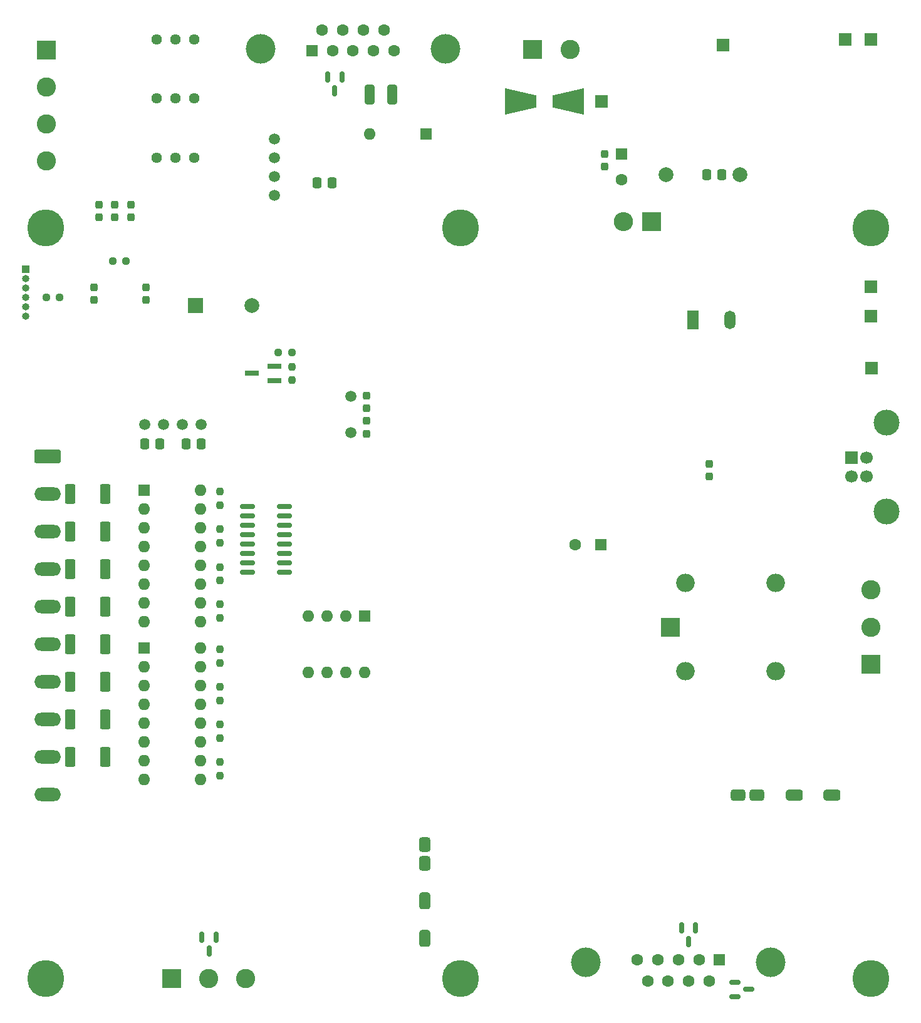
<source format=gbr>
%TF.GenerationSoftware,KiCad,Pcbnew,8.0.1*%
%TF.CreationDate,2024-04-11T20:56:08+03:00*%
%TF.ProjectId,stm32,73746d33-322e-46b6-9963-61645f706362,rev?*%
%TF.SameCoordinates,Original*%
%TF.FileFunction,Soldermask,Bot*%
%TF.FilePolarity,Negative*%
%FSLAX46Y46*%
G04 Gerber Fmt 4.6, Leading zero omitted, Abs format (unit mm)*
G04 Created by KiCad (PCBNEW 8.0.1) date 2024-04-11 20:56:08*
%MOMM*%
%LPD*%
G01*
G04 APERTURE LIST*
G04 Aperture macros list*
%AMRoundRect*
0 Rectangle with rounded corners*
0 $1 Rounding radius*
0 $2 $3 $4 $5 $6 $7 $8 $9 X,Y pos of 4 corners*
0 Add a 4 corners polygon primitive as box body*
4,1,4,$2,$3,$4,$5,$6,$7,$8,$9,$2,$3,0*
0 Add four circle primitives for the rounded corners*
1,1,$1+$1,$2,$3*
1,1,$1+$1,$4,$5*
1,1,$1+$1,$6,$7*
1,1,$1+$1,$8,$9*
0 Add four rect primitives between the rounded corners*
20,1,$1+$1,$2,$3,$4,$5,0*
20,1,$1+$1,$4,$5,$6,$7,0*
20,1,$1+$1,$6,$7,$8,$9,0*
20,1,$1+$1,$8,$9,$2,$3,0*%
%AMOutline4P*
0 Free polygon, 4 corners , with rotation*
0 The origin of the aperture is its center*
0 number of corners: always 4*
0 $1 to $8 corner X, Y*
0 $9 Rotation angle, in degrees counterclockwise*
0 create outline with 4 corners*
4,1,4,$1,$2,$3,$4,$5,$6,$7,$8,$1,$2,$9*%
G04 Aperture macros list end*
%ADD10C,1.440000*%
%ADD11R,1.600000X1.600000*%
%ADD12C,1.600000*%
%ADD13R,1.700000X1.700000*%
%ADD14C,5.000000*%
%ADD15O,1.600000X1.600000*%
%ADD16R,1.500000X2.500000*%
%ADD17O,1.500000X2.500000*%
%ADD18R,2.000000X2.000000*%
%ADD19C,2.000000*%
%ADD20RoundRect,0.250000X-1.550000X0.650000X-1.550000X-0.650000X1.550000X-0.650000X1.550000X0.650000X0*%
%ADD21O,3.600000X1.800000*%
%ADD22C,1.500000*%
%ADD23R,2.600000X2.600000*%
%ADD24C,2.600000*%
%ADD25R,2.500000X2.500000*%
%ADD26O,2.500000X2.500000*%
%ADD27R,1.000000X1.000000*%
%ADD28O,1.000000X1.000000*%
%ADD29C,1.700000*%
%ADD30C,3.500000*%
%ADD31O,2.600000X2.600000*%
%ADD32C,4.000000*%
%ADD33RoundRect,0.381000X-0.619000X-0.381000X0.619000X-0.381000X0.619000X0.381000X-0.619000X0.381000X0*%
%ADD34RoundRect,0.381000X-0.762000X-0.381000X0.762000X-0.381000X0.762000X0.381000X-0.762000X0.381000X0*%
%ADD35RoundRect,0.381000X-0.381000X0.619000X-0.381000X-0.619000X0.381000X-0.619000X0.381000X0.619000X0*%
%ADD36RoundRect,0.381000X-0.381000X0.762000X-0.381000X-0.762000X0.381000X-0.762000X0.381000X0.762000X0*%
%ADD37RoundRect,0.237500X-0.237500X0.300000X-0.237500X-0.300000X0.237500X-0.300000X0.237500X0.300000X0*%
%ADD38RoundRect,0.237500X-0.237500X0.250000X-0.237500X-0.250000X0.237500X-0.250000X0.237500X0.250000X0*%
%ADD39RoundRect,0.237500X-0.250000X-0.237500X0.250000X-0.237500X0.250000X0.237500X-0.250000X0.237500X0*%
%ADD40RoundRect,0.250000X-0.400000X-1.075000X0.400000X-1.075000X0.400000X1.075000X-0.400000X1.075000X0*%
%ADD41RoundRect,0.237500X0.237500X-0.300000X0.237500X0.300000X-0.237500X0.300000X-0.237500X-0.300000X0*%
%ADD42RoundRect,0.250000X-0.337500X-0.475000X0.337500X-0.475000X0.337500X0.475000X-0.337500X0.475000X0*%
%ADD43RoundRect,0.249999X0.450001X1.075001X-0.450001X1.075001X-0.450001X-1.075001X0.450001X-1.075001X0*%
%ADD44RoundRect,0.150000X-0.150000X0.587500X-0.150000X-0.587500X0.150000X-0.587500X0.150000X0.587500X0*%
%ADD45R,1.900000X0.800000*%
%ADD46Outline4P,-2.150000X-1.800000X2.150000X-0.800000X2.150000X0.800000X-2.150000X1.800000X180.000000*%
%ADD47Outline4P,-2.150000X-1.800000X2.150000X-0.800000X2.150000X0.800000X-2.150000X1.800000X0.000000*%
%ADD48RoundRect,0.150000X-0.825000X-0.150000X0.825000X-0.150000X0.825000X0.150000X-0.825000X0.150000X0*%
%ADD49RoundRect,0.150000X-0.587500X-0.150000X0.587500X-0.150000X0.587500X0.150000X-0.587500X0.150000X0*%
%ADD50RoundRect,0.250000X0.337500X0.475000X-0.337500X0.475000X-0.337500X-0.475000X0.337500X-0.475000X0*%
G04 APERTURE END LIST*
D10*
%TO.C,RV3*%
X38500000Y-24000000D03*
X35960000Y-24000000D03*
X33420000Y-24000000D03*
%TD*%
D11*
%TO.C,C12*%
X96266000Y-39497000D03*
D12*
X96266000Y-42997000D03*
%TD*%
D11*
%TO.C,C24*%
X93472000Y-92329000D03*
D12*
X89972000Y-92329000D03*
%TD*%
D13*
%TO.C,TP7*%
X130000000Y-57500000D03*
%TD*%
D14*
%TO.C,P5*%
X18500000Y-151000000D03*
%TD*%
D11*
%TO.C,SW1*%
X69814600Y-36804600D03*
D15*
X62194600Y-36804600D03*
%TD*%
D16*
%TO.C,C29*%
X105918000Y-61976000D03*
D17*
X110918000Y-61976000D03*
%TD*%
D13*
%TO.C,TP1*%
X130000000Y-61500000D03*
%TD*%
D18*
%TO.C,BZ1*%
X38700000Y-60000000D03*
D19*
X46300000Y-60000000D03*
%TD*%
D14*
%TO.C,P4*%
X130000000Y-49500000D03*
%TD*%
D10*
%TO.C,RV2*%
X38500000Y-32000000D03*
X35960000Y-32000000D03*
X33420000Y-32000000D03*
%TD*%
D20*
%TO.C,J2*%
X18683400Y-80398958D03*
D21*
X18683400Y-85478958D03*
X18683400Y-90558958D03*
X18683400Y-95638958D03*
X18683400Y-100718958D03*
X18683400Y-105798958D03*
X18683400Y-110878958D03*
X18683400Y-115958958D03*
X18683400Y-121038958D03*
X18683400Y-126118958D03*
%TD*%
D11*
%TO.C,U7*%
X31750000Y-106299000D03*
D15*
X31750000Y-108839000D03*
X31750000Y-111379000D03*
X31750000Y-113919000D03*
X31750000Y-116459000D03*
X31750000Y-118999000D03*
X31750000Y-121539000D03*
X31750000Y-124079000D03*
X39370000Y-124079000D03*
X39370000Y-121539000D03*
X39370000Y-118999000D03*
X39370000Y-116459000D03*
X39370000Y-113919000D03*
X39370000Y-111379000D03*
X39370000Y-108839000D03*
X39370000Y-106299000D03*
%TD*%
D22*
%TO.C,Y1*%
X59710600Y-72329200D03*
X59710600Y-77209200D03*
%TD*%
%TO.C,Q1*%
X49384800Y-45143469D03*
X49384800Y-42603469D03*
X49384800Y-40063469D03*
X49384800Y-37523469D03*
%TD*%
D14*
%TO.C,P3*%
X74500000Y-49500000D03*
%TD*%
D23*
%TO.C,J8*%
X130000000Y-108500000D03*
D24*
X130000000Y-103500000D03*
X130000000Y-98500000D03*
%TD*%
D13*
%TO.C,TP3*%
X126500000Y-24000000D03*
%TD*%
D10*
%TO.C,RV1*%
X38500000Y-40000000D03*
X35960000Y-40000000D03*
X33420000Y-40000000D03*
%TD*%
D25*
%TO.C,K1*%
X102872500Y-103500000D03*
D26*
X104872500Y-109500000D03*
X117072500Y-109500000D03*
X117072500Y-97500000D03*
X104872500Y-97500000D03*
%TD*%
D11*
%TO.C,U6*%
X31750000Y-84963000D03*
D15*
X31750000Y-87503000D03*
X31750000Y-90043000D03*
X31750000Y-92583000D03*
X31750000Y-95123000D03*
X31750000Y-97663000D03*
X31750000Y-100203000D03*
X31750000Y-102743000D03*
X39370000Y-102743000D03*
X39370000Y-100203000D03*
X39370000Y-97663000D03*
X39370000Y-95123000D03*
X39370000Y-92583000D03*
X39370000Y-90043000D03*
X39370000Y-87503000D03*
X39370000Y-84963000D03*
%TD*%
D27*
%TO.C,J6*%
X15748000Y-55118000D03*
D28*
X15748000Y-56388000D03*
X15748000Y-57658000D03*
X15748000Y-58928000D03*
X15748000Y-60198000D03*
X15748000Y-61468000D03*
%TD*%
D13*
%TO.C,J5*%
X127354800Y-80621800D03*
D29*
X127354800Y-83121800D03*
X129354800Y-83121800D03*
X129354800Y-80621800D03*
D30*
X132064800Y-75851800D03*
X132064800Y-87891800D03*
%TD*%
D23*
%TO.C,D11*%
X100330000Y-48641000D03*
D31*
X96520000Y-48641000D03*
%TD*%
D32*
%TO.C,J7*%
X91460000Y-148800000D03*
X116460000Y-148800000D03*
D11*
X109500000Y-148500000D03*
D12*
X106730000Y-148500000D03*
X103960000Y-148500000D03*
X101190000Y-148500000D03*
X98420000Y-148500000D03*
X108115000Y-151340000D03*
X105345000Y-151340000D03*
X102575000Y-151340000D03*
X99805000Y-151340000D03*
%TD*%
D23*
%TO.C,J4*%
X18526000Y-25500000D03*
D24*
X18526000Y-30500000D03*
X18526000Y-35500000D03*
X18526000Y-40500000D03*
%TD*%
D22*
%TO.C,Q2*%
X39487400Y-76114886D03*
X36947400Y-76114886D03*
X34407400Y-76114886D03*
X31867400Y-76114886D03*
%TD*%
D33*
%TO.C,Q4*%
X112050000Y-126250000D03*
X114590000Y-126250000D03*
D34*
X119670000Y-126250000D03*
X124750000Y-126250000D03*
%TD*%
D11*
%TO.C,SW2*%
X61595000Y-101981000D03*
D15*
X59055000Y-101981000D03*
X56515000Y-101981000D03*
X53975000Y-101981000D03*
X53975000Y-109601000D03*
X56515000Y-109601000D03*
X59055000Y-109601000D03*
X61595000Y-109601000D03*
%TD*%
D13*
%TO.C,TP6*%
X130048000Y-68453000D03*
%TD*%
D14*
%TO.C,P1*%
X74500000Y-151000000D03*
%TD*%
%TO.C,P6*%
X18500000Y-49500000D03*
%TD*%
D13*
%TO.C,TP5*%
X109982000Y-24765000D03*
%TD*%
D19*
%TO.C,L1*%
X112268000Y-42291000D03*
X102268000Y-42291000D03*
%TD*%
D23*
%TO.C,J9*%
X35500000Y-151000000D03*
D24*
X40500000Y-151000000D03*
X45500000Y-151000000D03*
%TD*%
D13*
%TO.C,TP4*%
X93599000Y-32385000D03*
%TD*%
D14*
%TO.C,P2*%
X130000000Y-151000000D03*
%TD*%
D23*
%TO.C,J1*%
X84291000Y-25351500D03*
D24*
X89291000Y-25351500D03*
%TD*%
D13*
%TO.C,TP2*%
X130000000Y-24000000D03*
%TD*%
D35*
%TO.C,Q5*%
X69656000Y-132916000D03*
X69656000Y-135456000D03*
D36*
X69656000Y-140536000D03*
X69656000Y-145616000D03*
%TD*%
D32*
%TO.C,J3*%
X72490000Y-25280331D03*
X47490000Y-25280331D03*
D11*
X54450000Y-25580331D03*
D12*
X57220000Y-25580331D03*
X59990000Y-25580331D03*
X62760000Y-25580331D03*
X65530000Y-25580331D03*
X55835000Y-22740331D03*
X58605000Y-22740331D03*
X61375000Y-22740331D03*
X64145000Y-22740331D03*
%TD*%
D37*
%TO.C,C11*%
X93953500Y-39523500D03*
X93953500Y-41248500D03*
%TD*%
D38*
%TO.C,R6*%
X42037000Y-95378400D03*
X42037000Y-97203400D03*
%TD*%
D39*
%TO.C,R54*%
X18518500Y-58951500D03*
X20343500Y-58951500D03*
%TD*%
D40*
%TO.C,R23*%
X62204600Y-31521400D03*
X65304600Y-31521400D03*
%TD*%
D41*
%TO.C,C35*%
X25654000Y-48080000D03*
X25654000Y-46355000D03*
%TD*%
D42*
%TO.C,C20*%
X31834000Y-78740000D03*
X33909000Y-78740000D03*
%TD*%
D38*
%TO.C,R5*%
X42037000Y-90250000D03*
X42037000Y-92075000D03*
%TD*%
D43*
%TO.C,R13*%
X26543000Y-85503000D03*
X21743000Y-85503000D03*
%TD*%
D38*
%TO.C,R4*%
X42037000Y-85170000D03*
X42037000Y-86995000D03*
%TD*%
D43*
%TO.C,R18*%
X26543000Y-110871000D03*
X21743000Y-110871000D03*
%TD*%
D41*
%TO.C,C30*%
X29972000Y-48080000D03*
X29972000Y-46355000D03*
%TD*%
D43*
%TO.C,R14*%
X26543000Y-90551000D03*
X21743000Y-90551000D03*
%TD*%
%TO.C,R19*%
X26543000Y-115951000D03*
X21743000Y-115951000D03*
%TD*%
D44*
%TO.C,D15*%
X104358400Y-144175000D03*
X106258400Y-144175000D03*
X105308400Y-146050000D03*
%TD*%
D41*
%TO.C,C26*%
X108103500Y-83158500D03*
X108103500Y-81433500D03*
%TD*%
D38*
%TO.C,R10*%
X42037000Y-116666000D03*
X42037000Y-118491000D03*
%TD*%
%TO.C,R58*%
X51708600Y-68279000D03*
X51708600Y-70104000D03*
%TD*%
D37*
%TO.C,C3*%
X61849000Y-72189000D03*
X61849000Y-73914000D03*
%TD*%
D43*
%TO.C,R16*%
X26543000Y-100711000D03*
X21743000Y-100711000D03*
%TD*%
D45*
%TO.C,Q6*%
X49347800Y-68239600D03*
X49347800Y-70139600D03*
X46347800Y-69189600D03*
%TD*%
D43*
%TO.C,R15*%
X26543000Y-95631000D03*
X21743000Y-95631000D03*
%TD*%
D46*
%TO.C,D9*%
X89077000Y-32385000D03*
D47*
X82677000Y-32385000D03*
%TD*%
D48*
%TO.C,U5*%
X45750000Y-96120000D03*
X45750000Y-94850000D03*
X45750000Y-93580000D03*
X45750000Y-92310000D03*
X45750000Y-91040000D03*
X45750000Y-89770000D03*
X45750000Y-88500000D03*
X45750000Y-87230000D03*
X50700000Y-87230000D03*
X50700000Y-88500000D03*
X50700000Y-89770000D03*
X50700000Y-91040000D03*
X50700000Y-92310000D03*
X50700000Y-93580000D03*
X50700000Y-94850000D03*
X50700000Y-96120000D03*
%TD*%
D38*
%TO.C,R9*%
X42037000Y-111586000D03*
X42037000Y-113411000D03*
%TD*%
D41*
%TO.C,C33*%
X27813000Y-48080000D03*
X27813000Y-46355000D03*
%TD*%
D42*
%TO.C,C17*%
X37422000Y-78740000D03*
X39497000Y-78740000D03*
%TD*%
%TO.C,C9*%
X55096500Y-43455500D03*
X57171500Y-43455500D03*
%TD*%
D49*
%TO.C,D14*%
X111612200Y-153451600D03*
X111612200Y-151551600D03*
X113487200Y-152501600D03*
%TD*%
D43*
%TO.C,R20*%
X26543000Y-121031000D03*
X21743000Y-121031000D03*
%TD*%
D39*
%TO.C,R1*%
X27512000Y-53975000D03*
X29337000Y-53975000D03*
%TD*%
D50*
%TO.C,C23*%
X109855000Y-42291000D03*
X107780000Y-42291000D03*
%TD*%
D44*
%TO.C,D10*%
X56581000Y-29113000D03*
X58481000Y-29113000D03*
X57531000Y-30988000D03*
%TD*%
D37*
%TO.C,C39*%
X25019000Y-57557500D03*
X25019000Y-59282500D03*
%TD*%
D43*
%TO.C,R17*%
X26543000Y-105791000D03*
X21743000Y-105791000D03*
%TD*%
D39*
%TO.C,R57*%
X49883600Y-66344800D03*
X51708600Y-66344800D03*
%TD*%
D38*
%TO.C,R7*%
X42037000Y-100410000D03*
X42037000Y-102235000D03*
%TD*%
D44*
%TO.C,D17*%
X39575000Y-145475000D03*
X41475000Y-145475000D03*
X40525000Y-147350000D03*
%TD*%
D41*
%TO.C,C5*%
X61849000Y-77343000D03*
X61849000Y-75618000D03*
%TD*%
D38*
%TO.C,R11*%
X42037000Y-121746000D03*
X42037000Y-123571000D03*
%TD*%
D41*
%TO.C,C40*%
X32004000Y-59282500D03*
X32004000Y-57557500D03*
%TD*%
D38*
%TO.C,R8*%
X42037000Y-106506000D03*
X42037000Y-108331000D03*
%TD*%
M02*

</source>
